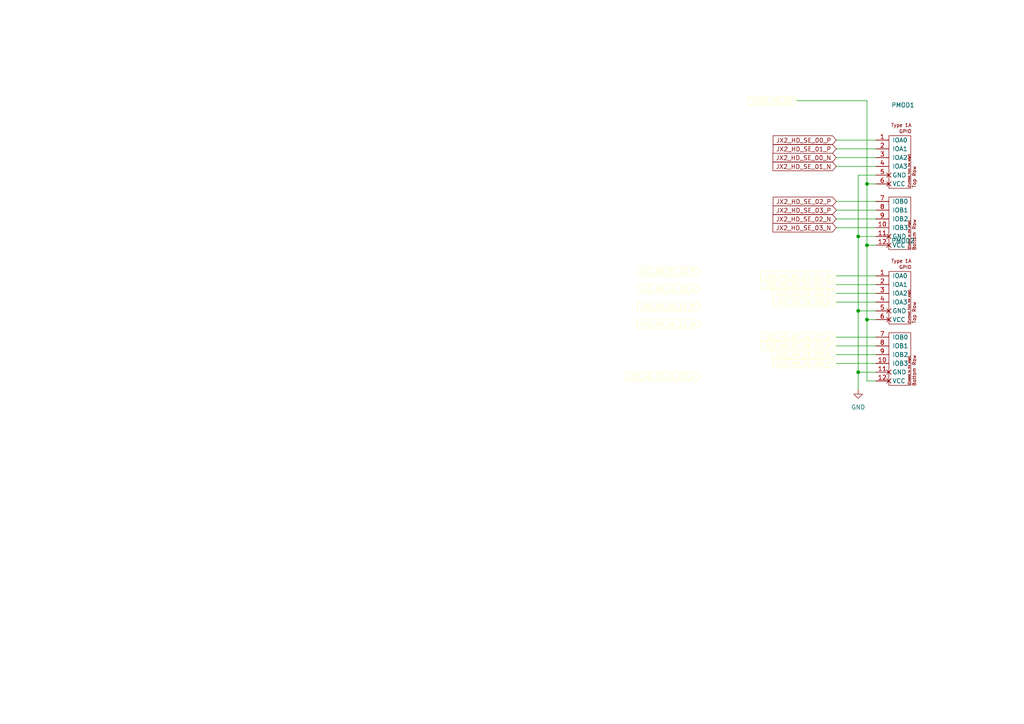
<source format=kicad_sch>
(kicad_sch (version 20231120) (generator "eeschema") (generator_version "8.0")
  (paper "A4")
  (lib_symbols
    (symbol "pmod:PMOD-Device-x2-Type-1A-GPIO" (pin_names (offset 1.016))
      (property "Reference" "PMOD" (at -3.302 -1.27 0))
      (property "Datasheet" "https://docs.google.com/a/mithis.com/spreadsheets/d/1D-GboyrP57VVpejQzEm0P1WEORo1LAIt92hk1bZGEoo/edit#gid=0" (at -1.27 7.62 0))
      (symbol "PMOD-Device-x2-Type-1A-GPIO_0_0"
        (text "(Closest to the edge)" (at -5.842 -13.462 900) (effects (font (size 0.508 0.508))))
        (text "(Furthest from the edge)" (at -5.842 5.08 900) (effects (font (size 0.508 0.508))))
        (text "Bottom Row" (at -7.366 -13.462 900) (effects (font (size 0.9906 0.9906))))
        (text "GPIO" (at -6.604 16.51 0) (effects (font (size 0.9906 0.9906)) (justify left)))
        (text "Top Row" (at -7.366 3.302 900) (effects (font (size 0.9906 0.9906))))
        (text "Type 1A" (at -6.604 18.288 0) (effects (font (size 0.9906 0.9906)) (justify left)))
      )
      (symbol "PMOD-Device-x2-Type-1A-GPIO_0_1"
        (rectangle (start -6.35 -2.54) (end 0 -17.78))
        (rectangle (start 0 15.24) (end -6.35 0))
      )
      (symbol "PMOD-Device-x2-Type-1A-GPIO_1_1"
        (pin bidirectional line (at 3.81 13.97 180) (length 3.81) (name "IOA0") (number "1"))
        (pin bidirectional line (at 3.81 -11.43 180) (length 3.81) (name "IOB3") (number "10"))
        (pin power_out non_logic (at 3.81 -13.97 180) (length 3.81) (name "GND") (number "11"))
        (pin power_out non_logic (at 3.81 -16.51 180) (length 3.81) (name "VCC") (number "12"))
        (pin bidirectional line (at 3.81 11.43 180) (length 3.81) (name "IOA1") (number "2"))
        (pin bidirectional line (at 3.81 8.89 180) (length 3.81) (name "IOA2") (number "3"))
        (pin bidirectional line (at 3.81 6.35 180) (length 3.81) (name "IOA3") (number "4"))
        (pin power_out non_logic (at 3.81 3.81 180) (length 3.81) (name "GND") (number "5"))
        (pin power_out non_logic (at 3.81 1.27 180) (length 3.81) (name "VCC") (number "6"))
        (pin bidirectional line (at 3.81 -3.81 180) (length 3.81) (name "IOB0") (number "7"))
        (pin bidirectional line (at 3.81 -6.35 180) (length 3.81) (name "IOB1") (number "8"))
        (pin bidirectional line (at 3.81 -8.89 180) (length 3.81) (name "IOB2") (number "9"))
      )
    )
    (symbol "power:GND" (power) (pin_numbers hide) (pin_names (offset 0) hide)
      (property "Value" "GND" (at 0 -3.81 0))
      (symbol "GND_0_1"
        (polyline (pts (xy 0 0) (xy 0 -1.27) (xy 1.27 -1.27) (xy 0 -2.54) (xy -1.27 -1.27) (xy 0 -1.27)))
      )
      (symbol "GND_1_1"
        (pin power_in line (at 0 0 270) (length 0) (name "~") (number "1"))
      )
    )
  )
  (junction (at 251.46 71.12))
  (junction (at 251.46 92.71))
  (junction (at 248.92 107.95))
  (junction (at 248.92 68.58))
  (junction (at 251.46 53.34))
  (junction (at 248.92 90.17))
  (wire (pts (xy 248.92 68.58) (xy 254 68.58)))
  (wire (pts (xy 242.57 43.18) (xy 254 43.18)))
  (wire (pts (xy 242.57 82.55) (xy 254 82.55)))
  (wire (pts (xy 242.57 105.41) (xy 254 105.41)))
  (wire (pts (xy 242.57 100.33) (xy 254 100.33)))
  (wire (pts (xy 248.92 107.95) (xy 248.92 113.03)))
  (wire (pts (xy 248.92 90.17) (xy 254 90.17)))
  (wire (pts (xy 251.46 53.34) (xy 251.46 29.21)))
  (wire (pts (xy 248.92 107.95) (xy 254 107.95)))
  (wire (pts (xy 254 53.34) (xy 251.46 53.34)))
  (wire (pts (xy 242.57 48.26) (xy 254 48.26)))
  (wire (pts (xy 242.57 60.96) (xy 254 60.96)))
  (wire (pts (xy 242.57 102.87) (xy 254 102.87)))
  (wire (pts (xy 248.92 68.58) (xy 248.92 90.17)))
  (wire (pts (xy 251.46 110.49) (xy 251.46 92.71)))
  (wire (pts (xy 254 110.49) (xy 251.46 110.49)))
  (wire (pts (xy 242.57 87.63) (xy 254 87.63)))
  (wire (pts (xy 242.57 45.72) (xy 254 45.72)))
  (wire (pts (xy 242.57 40.64) (xy 254 40.64)))
  (wire (pts (xy 242.57 85.09) (xy 254 85.09)))
  (wire (pts (xy 248.92 50.8) (xy 254 50.8)))
  (wire (pts (xy 242.57 66.04) (xy 254 66.04)))
  (wire (pts (xy 254 92.71) (xy 251.46 92.71)))
  (wire (pts (xy 251.46 92.71) (xy 251.46 71.12)))
  (wire (pts (xy 242.57 63.5) (xy 254 63.5)))
  (wire (pts (xy 231.14 29.21) (xy 251.46 29.21)))
  (wire (pts (xy 251.46 71.12) (xy 251.46 53.34)))
  (wire (pts (xy 254 71.12) (xy 251.46 71.12)))
  (wire (pts (xy 248.92 50.8) (xy 248.92 68.58)))
  (wire (pts (xy 242.57 97.79) (xy 254 97.79)))
  (wire (pts (xy 242.57 58.42) (xy 254 58.42)))
  (wire (pts (xy 248.92 90.17) (xy 248.92 107.95)))
  (wire (pts (xy 242.57 80.01) (xy 254 80.01)))
  (global_label "JX2_HD_SE_00_N" (shape input) (at 242.57 45.72 180) (property "Intersheetrefs" "${INTERSHEET_REFS}" (effects (hide yes))))
  (global_label "JX2_HD_SE_01_P" (shape input) (at 242.57 43.18 180) (property "Intersheetrefs" "${INTERSHEET_REFS}" (effects (hide yes))))
  (global_label "JX2_HD_SE_10_N" (shape input) (at 203.2 83.82 180) (property "Intersheetrefs" "${INTERSHEET_REFS}" (effects (hide yes))))
  (global_label "JX2_HD_SE_02_N" (shape input) (at 242.57 63.5 180) (property "Intersheetrefs" "${INTERSHEET_REFS}" (effects (hide yes))))
  (global_label "JX2_HD_SE_06_GC_P" (shape input) (at 242.57 100.33 180) (property "Intersheetrefs" "${INTERSHEET_REFS}" (effects (hide yes))))
  (global_label "JX2_HD_SE_03_P" (shape input) (at 242.57 60.96 180) (property "Intersheetrefs" "${INTERSHEET_REFS}" (effects (hide yes))))
  (global_label "JX2_HD_SE_06_GC_N" (shape input) (at 242.57 97.79 180) (property "Intersheetrefs" "${INTERSHEET_REFS}" (effects (hide yes))))
  (global_label "JX2_HD_SE_00_P" (shape input) (at 242.57 40.64 180) (property "Intersheetrefs" "${INTERSHEET_REFS}" (effects (hide yes))))
  (global_label "JX2_HD_SE_08_P" (shape input) (at 242.57 87.63 180) (property "Intersheetrefs" "${INTERSHEET_REFS}" (effects (hide yes))))
  (global_label "JX2_HD_SE_09_P" (shape input) (at 242.57 105.41 180) (property "Intersheetrefs" "${INTERSHEET_REFS}" (effects (hide yes))))
  (global_label "JX2_HD_SE_11_P" (shape input) (at 203.2 88.9 180) (property "Intersheetrefs" "${INTERSHEET_REFS}" (effects (hide yes))))
  (global_label "JX2_HD_SE_01_N" (shape input) (at 242.57 48.26 180) (property "Intersheetrefs" "${INTERSHEET_REFS}" (effects (hide yes))))
  (global_label "JX2_HD_SE_07_GC_N" (shape input) (at 242.57 80.01 180) (property "Intersheetrefs" "${INTERSHEET_REFS}" (effects (hide yes))))
  (global_label "JX2_HD_SE_09_N" (shape input) (at 242.57 102.87 180) (property "Intersheetrefs" "${INTERSHEET_REFS}" (effects (hide yes))))
  (global_label "JX2_HD_SE_05_GC_N" (shape input) (at 203.2 109.22 180) (property "Intersheetrefs" "${INTERSHEET_REFS}" (effects (hide yes))))
  (global_label "VCCO_HD_26" (shape input) (at 231.14 29.21 180) (property "Intersheetrefs" "${INTERSHEET_REFS}" (effects (hide yes))))
  (global_label "JX2_HD_SE_07_GC_P" (shape input) (at 242.57 82.55 180) (property "Intersheetrefs" "${INTERSHEET_REFS}" (effects (hide yes))))
  (global_label "JX2_HD_SE_08_N" (shape input) (at 242.57 85.09 180) (property "Intersheetrefs" "${INTERSHEET_REFS}" (effects (hide yes))))
  (global_label "JX2_HD_SE_11_N" (shape input) (at 203.2 93.98 180) (property "Intersheetrefs" "${INTERSHEET_REFS}" (effects (hide yes))))
  (global_label "JX2_HD_SE_03_N" (shape input) (at 242.57 66.04 180) (property "Intersheetrefs" "${INTERSHEET_REFS}" (effects (hide yes))))
  (global_label "JX2_HD_SE_02_P" (shape input) (at 242.57 58.42 180) (property "Intersheetrefs" "${INTERSHEET_REFS}" (effects (hide yes))))
  (global_label "JX2_HD_SE_10_P" (shape input) (at 203.2 78.74 180) (property "Intersheetrefs" "${INTERSHEET_REFS}" (effects (hide yes))))
  (symbol (lib_id "pmod:PMOD-Device-x2-Type-1A-GPIO") (at 257.81 93.98 0) (mirror y) (unit 1)
    (property "Reference" "PMOD2" (at 261.8914 69.85 0))
    (property "Value" "PMOD-Device-x2-Type-1A-GPIO" (effects (hide yes)))
    (property "Footprint" "pmod-conn_6x2:pmod_pin_array_6x2" (effects (hide yes)))
    (property "Datasheet" "https://docs.google.com/a/mithis.com/spreadsheets/d/1D-GboyrP57VVpejQzEm0P1WEORo1LAIt92hk1bZGEoo/edit#gid=0" (effects (hide yes)))
    (property "Description" "PMOD Device Type 1A (Expanded/Dual GPIO)" (effects (hide yes)))
  )
  (symbol (lib_id "power:GND") (at 248.92 113.03 0) (unit 1)
    (property "Reference" "#PWR08" (effects (hide yes)))
    (property "Value" "GND" (at 248.92 118.11 0))
    (property "Description" "Power symbol creates a global label with name \"GND\" , ground" (effects (hide yes)))
  )
  (symbol (lib_id "pmod:PMOD-Device-x2-Type-1A-GPIO") (at 257.81 54.61 0) (mirror y) (unit 1)
    (property "Reference" "PMOD1" (at 261.8914 30.48 0))
    (property "Value" "PMOD-Device-x2-Type-1A-GPIO" (effects (hide yes)))
    (property "Footprint" "pmod-conn_6x2:pmod_pin_array_6x2" (effects (hide yes)))
    (property "Datasheet" "https://docs.google.com/a/mithis.com/spreadsheets/d/1D-GboyrP57VVpejQzEm0P1WEORo1LAIt92hk1bZGEoo/edit#gid=0" (effects (hide yes)))
    (property "Description" "PMOD Device Type 1A (Expanded/Dual GPIO)" (effects (hide yes)))
  )
)
</source>
